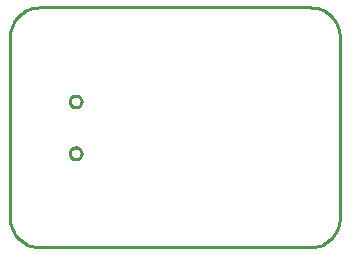
<source format=gbr>
G04 EAGLE Gerber RS-274X export*
G75*
%MOMM*%
%FSLAX34Y34*%
%LPD*%
%IN*%
%IPPOS*%
%AMOC8*
5,1,8,0,0,1.08239X$1,22.5*%
G01*
%ADD10C,0.254000*%


D10*
X-57150Y11430D02*
X-57053Y9216D01*
X-56764Y7019D01*
X-56285Y4856D01*
X-55618Y2743D01*
X-54770Y695D01*
X-53747Y-1270D01*
X-52556Y-3139D01*
X-51208Y-4897D01*
X-49711Y-6531D01*
X-48077Y-8028D01*
X-46319Y-9376D01*
X-44450Y-10567D01*
X-42485Y-11590D01*
X-40437Y-12438D01*
X-38324Y-13105D01*
X-36161Y-13584D01*
X-33964Y-13873D01*
X-31750Y-13970D01*
X196850Y-13970D01*
X199064Y-13873D01*
X201261Y-13584D01*
X203424Y-13105D01*
X205537Y-12438D01*
X207585Y-11590D01*
X209550Y-10567D01*
X211419Y-9376D01*
X213177Y-8028D01*
X214811Y-6531D01*
X216308Y-4897D01*
X217656Y-3139D01*
X218847Y-1270D01*
X219870Y696D01*
X220718Y2743D01*
X221385Y4856D01*
X221864Y7019D01*
X222153Y9216D01*
X222250Y11430D01*
X222250Y163830D01*
X222153Y166044D01*
X221864Y168241D01*
X221385Y170404D01*
X220718Y172517D01*
X219870Y174565D01*
X218847Y176530D01*
X217656Y178399D01*
X216308Y180157D01*
X214811Y181791D01*
X213177Y183288D01*
X211419Y184636D01*
X209550Y185827D01*
X207585Y186850D01*
X205537Y187698D01*
X203424Y188365D01*
X201261Y188844D01*
X199064Y189133D01*
X196850Y189230D01*
X-31750Y189230D01*
X-33964Y189133D01*
X-36161Y188844D01*
X-38324Y188365D01*
X-40437Y187698D01*
X-42485Y186850D01*
X-44450Y185827D01*
X-46319Y184636D01*
X-48077Y183288D01*
X-49711Y181791D01*
X-51208Y180157D01*
X-52556Y178399D01*
X-53747Y176530D01*
X-54770Y174565D01*
X-55618Y172517D01*
X-56285Y170404D01*
X-56764Y168241D01*
X-57053Y166044D01*
X-57150Y163830D01*
X-57150Y11430D01*
X-1711Y104630D02*
X-2269Y104693D01*
X-2816Y104818D01*
X-3346Y105003D01*
X-3852Y105247D01*
X-4328Y105546D01*
X-4767Y105896D01*
X-5164Y106293D01*
X-5514Y106732D01*
X-5813Y107208D01*
X-6057Y107714D01*
X-6242Y108244D01*
X-6367Y108791D01*
X-6430Y109349D01*
X-6430Y109911D01*
X-6367Y110469D01*
X-6242Y111016D01*
X-6057Y111546D01*
X-5813Y112052D01*
X-5514Y112528D01*
X-5164Y112967D01*
X-4767Y113364D01*
X-4328Y113714D01*
X-3852Y114013D01*
X-3346Y114257D01*
X-2816Y114442D01*
X-2269Y114567D01*
X-1711Y114630D01*
X-1149Y114630D01*
X-591Y114567D01*
X-44Y114442D01*
X486Y114257D01*
X992Y114013D01*
X1468Y113714D01*
X1907Y113364D01*
X2304Y112967D01*
X2654Y112528D01*
X2953Y112052D01*
X3197Y111546D01*
X3382Y111016D01*
X3507Y110469D01*
X3570Y109911D01*
X3570Y109349D01*
X3507Y108791D01*
X3382Y108244D01*
X3197Y107714D01*
X2953Y107208D01*
X2654Y106732D01*
X2304Y106293D01*
X1907Y105896D01*
X1468Y105546D01*
X992Y105247D01*
X486Y105003D01*
X-44Y104818D01*
X-591Y104693D01*
X-1149Y104630D01*
X-1711Y104630D01*
X-1711Y60630D02*
X-2269Y60693D01*
X-2816Y60818D01*
X-3346Y61003D01*
X-3852Y61247D01*
X-4328Y61546D01*
X-4767Y61896D01*
X-5164Y62293D01*
X-5514Y62732D01*
X-5813Y63208D01*
X-6057Y63714D01*
X-6242Y64244D01*
X-6367Y64791D01*
X-6430Y65349D01*
X-6430Y65911D01*
X-6367Y66469D01*
X-6242Y67016D01*
X-6057Y67546D01*
X-5813Y68052D01*
X-5514Y68528D01*
X-5164Y68967D01*
X-4767Y69364D01*
X-4328Y69714D01*
X-3852Y70013D01*
X-3346Y70257D01*
X-2816Y70442D01*
X-2269Y70567D01*
X-1711Y70630D01*
X-1149Y70630D01*
X-591Y70567D01*
X-44Y70442D01*
X486Y70257D01*
X992Y70013D01*
X1468Y69714D01*
X1907Y69364D01*
X2304Y68967D01*
X2654Y68528D01*
X2953Y68052D01*
X3197Y67546D01*
X3382Y67016D01*
X3507Y66469D01*
X3570Y65911D01*
X3570Y65349D01*
X3507Y64791D01*
X3382Y64244D01*
X3197Y63714D01*
X2953Y63208D01*
X2654Y62732D01*
X2304Y62293D01*
X1907Y61896D01*
X1468Y61546D01*
X992Y61247D01*
X486Y61003D01*
X-44Y60818D01*
X-591Y60693D01*
X-1149Y60630D01*
X-1711Y60630D01*
M02*

</source>
